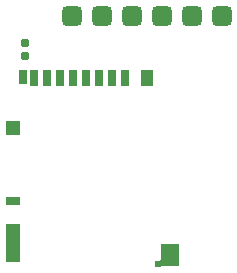
<source format=gbp>
G04 #@! TF.GenerationSoftware,KiCad,Pcbnew,(6.0.11-0)*
G04 #@! TF.CreationDate,2023-02-06T17:09:19+08:00*
G04 #@! TF.ProjectId,us3c,75733363-2e6b-4696-9361-645f70636258,rev?*
G04 #@! TF.SameCoordinates,Original*
G04 #@! TF.FileFunction,Paste,Bot*
G04 #@! TF.FilePolarity,Positive*
%FSLAX46Y46*%
G04 Gerber Fmt 4.6, Leading zero omitted, Abs format (unit mm)*
G04 Created by KiCad (PCBNEW (6.0.11-0)) date 2023-02-06 17:09:19*
%MOMM*%
%LPD*%
G01*
G04 APERTURE LIST*
G04 Aperture macros list*
%AMRoundRect*
0 Rectangle with rounded corners*
0 $1 Rounding radius*
0 $2 $3 $4 $5 $6 $7 $8 $9 X,Y pos of 4 corners*
0 Add a 4 corners polygon primitive as box body*
4,1,4,$2,$3,$4,$5,$6,$7,$8,$9,$2,$3,0*
0 Add four circle primitives for the rounded corners*
1,1,$1+$1,$2,$3*
1,1,$1+$1,$4,$5*
1,1,$1+$1,$6,$7*
1,1,$1+$1,$8,$9*
0 Add four rect primitives between the rounded corners*
20,1,$1+$1,$2,$3,$4,$5,0*
20,1,$1+$1,$4,$5,$6,$7,0*
20,1,$1+$1,$6,$7,$8,$9,0*
20,1,$1+$1,$8,$9,$2,$3,0*%
%AMRotRect*
0 Rectangle, with rotation*
0 The origin of the aperture is its center*
0 $1 length*
0 $2 width*
0 $3 Rotation angle, in degrees counterclockwise*
0 Add horizontal line*
21,1,$1,$2,0,0,$3*%
G04 Aperture macros list end*
%ADD10R,0.700000X1.400000*%
%ADD11R,0.700000X1.200000*%
%ADD12R,1.200000X0.800000*%
%ADD13R,1.200000X1.200000*%
%ADD14RotRect,0.200000X0.200000X135.000000*%
%ADD15R,1.500000X1.900000*%
%ADD16R,1.000000X1.400000*%
%ADD17R,0.500000X0.500000*%
%ADD18R,1.200000X3.200000*%
%ADD19RoundRect,0.425000X0.425000X-0.425000X0.425000X0.425000X-0.425000X0.425000X-0.425000X-0.425000X0*%
%ADD20RoundRect,0.155000X-0.155000X0.212500X-0.155000X-0.212500X0.155000X-0.212500X0.155000X0.212500X0*%
G04 APERTURE END LIST*
D10*
G04 #@! TO.C,J4*
X35033000Y-25750600D03*
X33933000Y-25750600D03*
X32833000Y-25750600D03*
X31733000Y-25750600D03*
X30633000Y-25750600D03*
X29533000Y-25750600D03*
X28433000Y-25750600D03*
X27333000Y-25750600D03*
D11*
X26383000Y-25650600D03*
D12*
X25533000Y-36150600D03*
D13*
X25533000Y-29950600D03*
D14*
X38083000Y-41200600D03*
D15*
X38833000Y-40750600D03*
D16*
X36933000Y-25750600D03*
D17*
X37833000Y-41450600D03*
D18*
X25533000Y-39750600D03*
G04 #@! TD*
D19*
G04 #@! TO.C,J2*
X43230800Y-20497800D03*
X40690800Y-20497800D03*
X38150800Y-20497800D03*
X35610800Y-20497800D03*
X33070800Y-20497800D03*
X30530800Y-20497800D03*
G04 #@! TD*
D20*
G04 #@! TO.C,C5*
X26593800Y-22775100D03*
X26593800Y-23910100D03*
G04 #@! TD*
M02*

</source>
